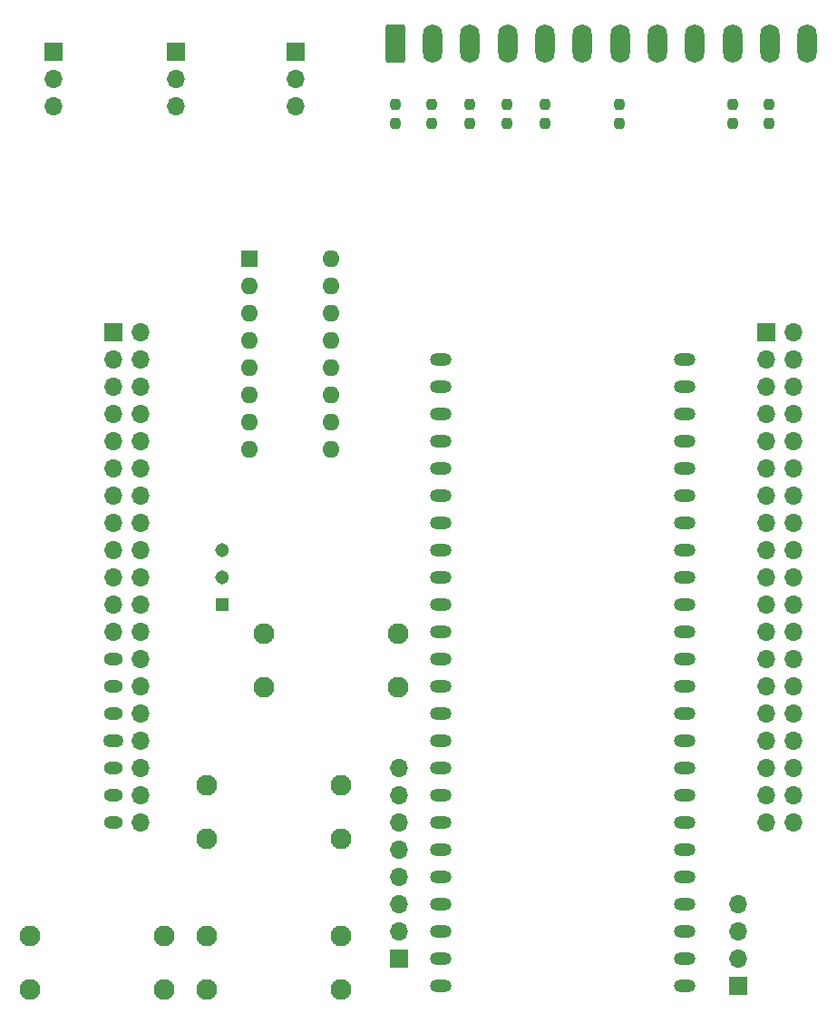
<source format=gbr>
%TF.GenerationSoftware,KiCad,Pcbnew,7.0.2*%
%TF.CreationDate,2023-09-09T02:35:42+09:00*%
%TF.ProjectId,tangnano9k_brushless_driver,74616e67-6e61-46e6-9f39-6b5f62727573,rev?*%
%TF.SameCoordinates,Original*%
%TF.FileFunction,Soldermask,Bot*%
%TF.FilePolarity,Negative*%
%FSLAX46Y46*%
G04 Gerber Fmt 4.6, Leading zero omitted, Abs format (unit mm)*
G04 Created by KiCad (PCBNEW 7.0.2) date 2023-09-09 02:35:42*
%MOMM*%
%LPD*%
G01*
G04 APERTURE LIST*
G04 Aperture macros list*
%AMRoundRect*
0 Rectangle with rounded corners*
0 $1 Rounding radius*
0 $2 $3 $4 $5 $6 $7 $8 $9 X,Y pos of 4 corners*
0 Add a 4 corners polygon primitive as box body*
4,1,4,$2,$3,$4,$5,$6,$7,$8,$9,$2,$3,0*
0 Add four circle primitives for the rounded corners*
1,1,$1+$1,$2,$3*
1,1,$1+$1,$4,$5*
1,1,$1+$1,$6,$7*
1,1,$1+$1,$8,$9*
0 Add four rect primitives between the rounded corners*
20,1,$1+$1,$2,$3,$4,$5,0*
20,1,$1+$1,$4,$5,$6,$7,0*
20,1,$1+$1,$6,$7,$8,$9,0*
20,1,$1+$1,$8,$9,$2,$3,0*%
G04 Aperture macros list end*
%ADD10R,1.305000X1.305000*%
%ADD11C,1.305000*%
%ADD12R,1.700000X1.700000*%
%ADD13O,1.700000X1.700000*%
%ADD14C,1.950000*%
%ADD15O,2.000000X1.200000*%
%ADD16O,1.800000X1.200000*%
%ADD17O,1.900000X1.200000*%
%ADD18R,1.600000X1.600000*%
%ADD19O,1.600000X1.600000*%
%ADD20RoundRect,0.250000X-0.650000X-1.550000X0.650000X-1.550000X0.650000X1.550000X-0.650000X1.550000X0*%
%ADD21O,1.800000X3.600000*%
%ADD22RoundRect,0.237500X-0.237500X0.250000X-0.237500X-0.250000X0.237500X-0.250000X0.237500X0.250000X0*%
G04 APERTURE END LIST*
D10*
%TO.C,PS1*%
X139700000Y-112268000D03*
D11*
X139700000Y-109728000D03*
X139700000Y-107188000D03*
%TD*%
D12*
%TO.C,SW3*%
X123952000Y-60706000D03*
D13*
X123952000Y-63246000D03*
X123952000Y-65786000D03*
%TD*%
D14*
%TO.C,S4*%
X143610000Y-114975000D03*
X156110000Y-114975000D03*
X143610000Y-119975000D03*
X156110000Y-119975000D03*
%TD*%
%TO.C,S3*%
X138249000Y-129159000D03*
X150749000Y-129159000D03*
X138249000Y-134159000D03*
X150749000Y-134159000D03*
%TD*%
%TO.C,S2*%
X134266000Y-148169000D03*
X121766000Y-148169000D03*
X134266000Y-143169000D03*
X121766000Y-143169000D03*
%TD*%
%TO.C,S1*%
X138276000Y-143169000D03*
X150776000Y-143169000D03*
X138276000Y-148169000D03*
X150776000Y-148169000D03*
%TD*%
D15*
%TO.C,U1*%
X182880000Y-147828000D03*
X182880000Y-145288000D03*
X182880000Y-142748000D03*
X182880000Y-140208000D03*
X182880000Y-137668000D03*
X182880000Y-135128000D03*
X182880000Y-132588000D03*
X182880000Y-130048000D03*
X182880000Y-127508000D03*
X182880000Y-124968000D03*
X182880000Y-122428000D03*
X182880000Y-119888000D03*
X182880000Y-117348000D03*
X182880000Y-114808000D03*
X182880000Y-112268000D03*
X182880000Y-109728000D03*
X182880000Y-107188000D03*
X182880000Y-104648000D03*
X182880000Y-102108000D03*
X182880000Y-99568000D03*
X182880000Y-97028000D03*
X182880000Y-94488000D03*
X182880000Y-91948000D03*
X182880000Y-89408000D03*
X160063100Y-89408000D03*
X160063100Y-91948000D03*
X160063100Y-94488000D03*
X160063100Y-97028000D03*
X160063100Y-99568000D03*
X160063100Y-102108000D03*
X160063100Y-104648000D03*
X160063100Y-107188000D03*
X160063100Y-109728000D03*
X160063100Y-112268000D03*
X160063100Y-114808000D03*
X160063100Y-117348000D03*
X160063100Y-119888000D03*
X160063100Y-122428000D03*
X160063100Y-124968000D03*
X160063100Y-127508000D03*
X160063100Y-130048000D03*
X160063100Y-132588000D03*
X160063100Y-135128000D03*
X160063100Y-137668000D03*
X160063100Y-140208000D03*
X160063100Y-142748000D03*
X160063100Y-145288000D03*
X160063100Y-147828000D03*
%TD*%
D12*
%TO.C,J2*%
X156210000Y-145288000D03*
D13*
X156210000Y-142748000D03*
X156210000Y-140208000D03*
X156210000Y-137668000D03*
X156210000Y-135128000D03*
X156210000Y-132588000D03*
X156210000Y-130048000D03*
X156210000Y-127508000D03*
%TD*%
D12*
%TO.C,SW1*%
X146558000Y-60706000D03*
D13*
X146558000Y-63246000D03*
X146558000Y-65786000D03*
%TD*%
D12*
%TO.C,SW2*%
X135382000Y-60706000D03*
D13*
X135382000Y-63246000D03*
X135382000Y-65786000D03*
%TD*%
D12*
%TO.C,J1*%
X129540000Y-86868000D03*
D13*
X132080000Y-86868000D03*
X129540000Y-89408000D03*
X132080000Y-89408000D03*
X129540000Y-91948000D03*
X132080000Y-91948000D03*
X129540000Y-94488000D03*
X132080000Y-94488000D03*
X129540000Y-97028000D03*
X132080000Y-97028000D03*
X129540000Y-99568000D03*
X132080000Y-99568000D03*
X129540000Y-102108000D03*
X132080000Y-102108000D03*
X129540000Y-104648000D03*
X132080000Y-104648000D03*
X129540000Y-107188000D03*
X132080000Y-107188000D03*
X129540000Y-109728000D03*
X132080000Y-109728000D03*
X129540000Y-112268000D03*
X132080000Y-112268000D03*
X129540000Y-114808000D03*
X132080000Y-114808000D03*
D16*
X129540000Y-117348000D03*
D13*
X132080000Y-117348000D03*
D16*
X129540000Y-119888000D03*
D13*
X132080000Y-119888000D03*
D16*
X129540000Y-122428000D03*
D13*
X132080000Y-122428000D03*
D17*
X129540000Y-124968000D03*
D13*
X132080000Y-124968000D03*
D16*
X129540000Y-127508000D03*
D13*
X132080000Y-127508000D03*
D16*
X129540000Y-130048000D03*
D13*
X132080000Y-130048000D03*
D16*
X129540000Y-132588000D03*
D13*
X132080000Y-132588000D03*
D12*
X190500000Y-86868000D03*
D13*
X193040000Y-86868000D03*
X190500000Y-89408000D03*
X193040000Y-89408000D03*
X190500000Y-91948000D03*
X193040000Y-91948000D03*
X190500000Y-94488000D03*
X193040000Y-94488000D03*
X190500000Y-97028000D03*
X193040000Y-97028000D03*
X190500000Y-99568000D03*
X193040000Y-99568000D03*
X190500000Y-102108000D03*
X193040000Y-102108000D03*
X190500000Y-104648000D03*
X193040000Y-104648000D03*
X190500000Y-107188000D03*
X193040000Y-107188000D03*
X190500000Y-109728000D03*
X193040000Y-109728000D03*
X190500000Y-112268000D03*
X193040000Y-112268000D03*
X190500000Y-114808000D03*
X193040000Y-114808000D03*
X190500000Y-117348000D03*
X193040000Y-117348000D03*
X190500000Y-119888000D03*
X193040000Y-119888000D03*
X190500000Y-122428000D03*
X193040000Y-122428000D03*
X190500000Y-124968000D03*
X193040000Y-124968000D03*
X190500000Y-127508000D03*
X193040000Y-127508000D03*
X190500000Y-130048000D03*
X193040000Y-130048000D03*
X190500000Y-132588000D03*
X193040000Y-132588000D03*
%TD*%
D18*
%TO.C,U2*%
X142240000Y-80010000D03*
D19*
X142240000Y-82550000D03*
X142240000Y-85090000D03*
X142240000Y-87630000D03*
X142240000Y-90170000D03*
X142240000Y-92710000D03*
X142240000Y-95250000D03*
X142240000Y-97790000D03*
X149860000Y-97790000D03*
X149860000Y-95250000D03*
X149860000Y-92710000D03*
X149860000Y-90170000D03*
X149860000Y-87630000D03*
X149860000Y-85090000D03*
X149860000Y-82550000D03*
X149860000Y-80010000D03*
%TD*%
D12*
%TO.C,J3*%
X187833000Y-147828000D03*
D13*
X187833000Y-145288000D03*
X187833000Y-142748000D03*
X187833000Y-140208000D03*
%TD*%
D20*
%TO.C,U3*%
X155810000Y-59944000D03*
D21*
X159310000Y-59944000D03*
X162810000Y-59944000D03*
X166310000Y-59944000D03*
X169810000Y-59944000D03*
X173310000Y-59944000D03*
X176810000Y-59944000D03*
X180310000Y-59944000D03*
X183810000Y-59944000D03*
X187310000Y-59944000D03*
X190810000Y-59944000D03*
X194310000Y-59944000D03*
%TD*%
D22*
%TO.C,R9*%
X190754000Y-65635500D03*
X190754000Y-67460500D03*
%TD*%
%TO.C,R10*%
X187325000Y-65612000D03*
X187325000Y-67437000D03*
%TD*%
%TO.C,R5*%
X162814000Y-65635500D03*
X162814000Y-67460500D03*
%TD*%
%TO.C,R4*%
X159258000Y-65635500D03*
X159258000Y-67460500D03*
%TD*%
%TO.C,R7*%
X169799000Y-65635500D03*
X169799000Y-67460500D03*
%TD*%
%TO.C,R3*%
X155829000Y-65635500D03*
X155829000Y-67460500D03*
%TD*%
%TO.C,R8*%
X176784000Y-65635500D03*
X176784000Y-67460500D03*
%TD*%
%TO.C,R6*%
X166243000Y-65635500D03*
X166243000Y-67460500D03*
%TD*%
M02*

</source>
